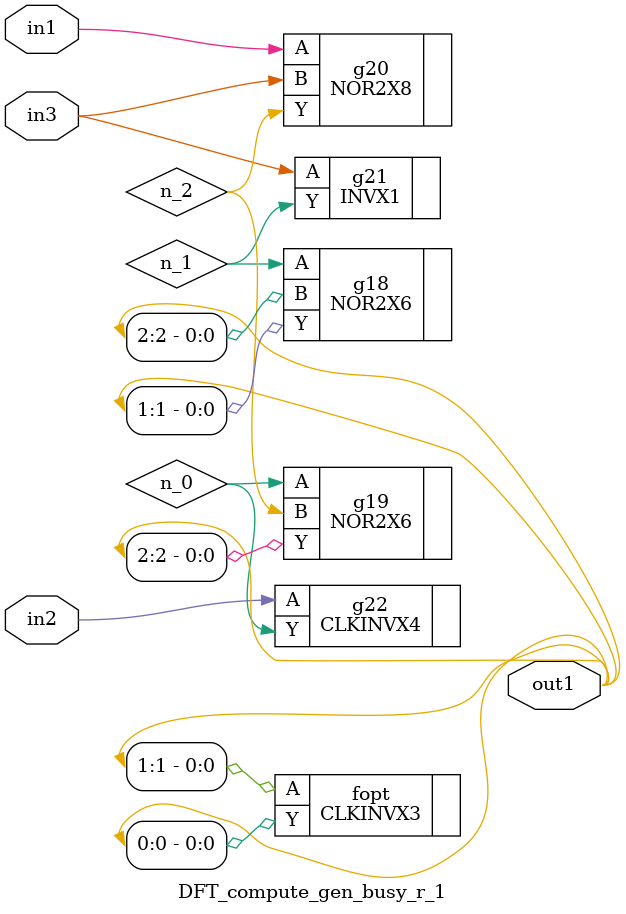
<source format=v>
`timescale 1ps / 1ps


module DFT_compute_gen_busy_r_1(in1, in2, in3, out1);
  input in1, in2, in3;
  output [2:0] out1;
  wire in1, in2, in3;
  wire [2:0] out1;
  wire n_0, n_1, n_2;
  NOR2X6 g18(.A (n_1), .B (out1[2]), .Y (out1[1]));
  NOR2X6 g19(.A (n_0), .B (n_2), .Y (out1[2]));
  NOR2X8 g20(.A (in1), .B (in3), .Y (n_2));
  INVX1 g21(.A (in3), .Y (n_1));
  CLKINVX4 g22(.A (in2), .Y (n_0));
  CLKINVX3 fopt(.A (out1[1]), .Y (out1[0]));
endmodule



</source>
